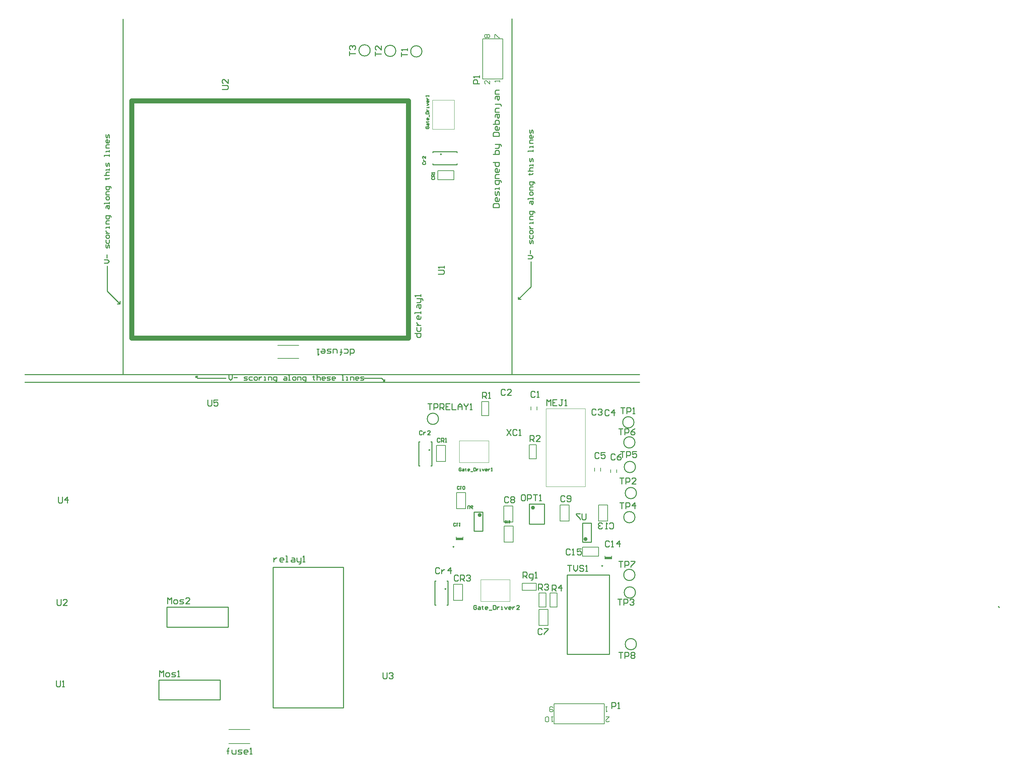
<source format=gto>
G04 Layer_Color=65535*
%FSLAX25Y25*%
%MOIN*%
G70*
G01*
G75*
%ADD19C,0.01000*%
%ADD48C,0.00787*%
%ADD49C,0.00394*%
%ADD50C,0.04937*%
%ADD51C,0.00800*%
%ADD52C,0.03937*%
%ADD53R,0.06496X0.02165*%
D19*
X192500Y575500D02*
X195000D01*
Y578000D01*
Y575500D02*
Y578000D01*
X182500Y588000D02*
X195000Y575500D01*
X182500Y588000D02*
Y613000D01*
X591500Y580000D02*
X594000D01*
X591500D02*
X594000D01*
X591500D02*
Y582000D01*
Y580000D02*
Y582000D01*
Y580000D02*
X604000Y592500D01*
Y617500D01*
X457000Y498500D02*
X458500D01*
Y500000D01*
Y498500D02*
Y500000D01*
X455500Y501500D02*
X458500Y498500D01*
X270500Y503500D02*
X272500D01*
X270500Y502000D02*
Y503500D01*
Y502000D02*
Y503500D01*
X272500Y501500D01*
X275500D01*
X438000D02*
X455500D01*
X275500D02*
X300500D01*
X585000Y505000D02*
Y859500D01*
X198000Y505000D02*
Y859000D01*
X100500Y505000D02*
X712000D01*
X100500Y497500D02*
X712000D01*
X179502Y616000D02*
X182834D01*
X184500Y617666D01*
X182834Y619332D01*
X179502D01*
X182001Y620998D02*
Y624331D01*
X184500Y630995D02*
Y633494D01*
X183667Y634327D01*
X182834Y633494D01*
Y631828D01*
X182001Y630995D01*
X181168Y631828D01*
Y634327D01*
Y639326D02*
Y636827D01*
X182001Y635993D01*
X183667D01*
X184500Y636827D01*
Y639326D01*
Y641825D02*
Y643491D01*
X183667Y644324D01*
X182001D01*
X181168Y643491D01*
Y641825D01*
X182001Y640992D01*
X183667D01*
X184500Y641825D01*
X181168Y645990D02*
X184500D01*
X182834D01*
X182001Y646823D01*
X181168Y647656D01*
Y648490D01*
X184500Y650989D02*
Y652655D01*
Y651822D01*
X181168D01*
Y650989D01*
X184500Y655154D02*
X181168D01*
Y657653D01*
X182001Y658486D01*
X184500D01*
X186166Y661819D02*
Y662652D01*
X185333Y663485D01*
X181168D01*
Y660985D01*
X182001Y660152D01*
X183667D01*
X184500Y660985D01*
Y663485D01*
X181168Y670982D02*
Y672648D01*
X182001Y673481D01*
X184500D01*
Y670982D01*
X183667Y670149D01*
X182834Y670982D01*
Y673481D01*
X184500Y675147D02*
Y676814D01*
Y675981D01*
X179502D01*
Y675147D01*
X184500Y680146D02*
Y681812D01*
X183667Y682645D01*
X182001D01*
X181168Y681812D01*
Y680146D01*
X182001Y679313D01*
X183667D01*
X184500Y680146D01*
Y684311D02*
X181168D01*
Y686810D01*
X182001Y687643D01*
X184500D01*
X186166Y690976D02*
Y691809D01*
X185333Y692642D01*
X181168D01*
Y690143D01*
X182001Y689310D01*
X183667D01*
X184500Y690143D01*
Y692642D01*
X180335Y700139D02*
X181168D01*
Y699306D01*
Y700973D01*
Y700139D01*
X183667D01*
X184500Y700973D01*
X179502Y703472D02*
X184500D01*
X182001D01*
X181168Y704305D01*
Y705971D01*
X182001Y706804D01*
X184500D01*
Y708470D02*
Y710136D01*
Y709303D01*
X181168D01*
Y708470D01*
X184500Y712635D02*
Y715135D01*
X183667Y715968D01*
X182834Y715135D01*
Y713468D01*
X182001Y712635D01*
X181168Y713468D01*
Y715968D01*
X184500Y722632D02*
Y724298D01*
Y723465D01*
X179502D01*
Y722632D01*
X184500Y726797D02*
Y728464D01*
Y727631D01*
X181168D01*
Y726797D01*
X184500Y730963D02*
X181168D01*
Y733462D01*
X182001Y734295D01*
X184500D01*
Y738460D02*
Y736794D01*
X183667Y735961D01*
X182001D01*
X181168Y736794D01*
Y738460D01*
X182001Y739293D01*
X182834D01*
Y735961D01*
X184500Y740960D02*
Y743459D01*
X183667Y744292D01*
X182834Y743459D01*
Y741793D01*
X182001Y740960D01*
X181168Y741793D01*
Y744292D01*
X601002Y620500D02*
X604334D01*
X606000Y622166D01*
X604334Y623832D01*
X601002D01*
X603501Y625498D02*
Y628831D01*
X606000Y635495D02*
Y637994D01*
X605167Y638827D01*
X604334Y637994D01*
Y636328D01*
X603501Y635495D01*
X602668Y636328D01*
Y638827D01*
Y643826D02*
Y641327D01*
X603501Y640493D01*
X605167D01*
X606000Y641327D01*
Y643826D01*
Y646325D02*
Y647991D01*
X605167Y648824D01*
X603501D01*
X602668Y647991D01*
Y646325D01*
X603501Y645492D01*
X605167D01*
X606000Y646325D01*
X602668Y650490D02*
X606000D01*
X604334D01*
X603501Y651323D01*
X602668Y652156D01*
Y652989D01*
X606000Y655489D02*
Y657155D01*
Y656322D01*
X602668D01*
Y655489D01*
X606000Y659654D02*
X602668D01*
Y662153D01*
X603501Y662986D01*
X606000D01*
X607666Y666319D02*
Y667152D01*
X606833Y667985D01*
X602668D01*
Y665485D01*
X603501Y664652D01*
X605167D01*
X606000Y665485D01*
Y667985D01*
X602668Y675482D02*
Y677148D01*
X603501Y677981D01*
X606000D01*
Y675482D01*
X605167Y674649D01*
X604334Y675482D01*
Y677981D01*
X606000Y679647D02*
Y681314D01*
Y680481D01*
X601002D01*
Y679647D01*
X606000Y684646D02*
Y686312D01*
X605167Y687145D01*
X603501D01*
X602668Y686312D01*
Y684646D01*
X603501Y683813D01*
X605167D01*
X606000Y684646D01*
Y688811D02*
X602668D01*
Y691310D01*
X603501Y692143D01*
X606000D01*
X607666Y695476D02*
Y696309D01*
X606833Y697142D01*
X602668D01*
Y694643D01*
X603501Y693810D01*
X605167D01*
X606000Y694643D01*
Y697142D01*
X601835Y704639D02*
X602668D01*
Y703806D01*
Y705473D01*
Y704639D01*
X605167D01*
X606000Y705473D01*
X601002Y707972D02*
X606000D01*
X603501D01*
X602668Y708805D01*
Y710471D01*
X603501Y711304D01*
X606000D01*
Y712970D02*
Y714636D01*
Y713803D01*
X602668D01*
Y712970D01*
X606000Y717135D02*
Y719635D01*
X605167Y720468D01*
X604334Y719635D01*
Y717968D01*
X603501Y717135D01*
X602668Y717968D01*
Y720468D01*
X606000Y727132D02*
Y728798D01*
Y727965D01*
X601002D01*
Y727132D01*
X606000Y731297D02*
Y732964D01*
Y732130D01*
X602668D01*
Y731297D01*
X606000Y735463D02*
X602668D01*
Y737962D01*
X603501Y738795D01*
X606000D01*
Y742960D02*
Y741294D01*
X605167Y740461D01*
X603501D01*
X602668Y741294D01*
Y742960D01*
X603501Y743793D01*
X604334D01*
Y740461D01*
X606000Y745460D02*
Y747959D01*
X605167Y748792D01*
X604334Y747959D01*
Y746293D01*
X603501Y745460D01*
X602668Y746293D01*
Y748792D01*
X303500Y504498D02*
Y501166D01*
X305166Y499500D01*
X306832Y501166D01*
Y504498D01*
X308498Y501999D02*
X311831D01*
X318495Y499500D02*
X320994D01*
X321827Y500333D01*
X320994Y501166D01*
X319328D01*
X318495Y501999D01*
X319328Y502832D01*
X321827D01*
X326826D02*
X324327D01*
X323494Y501999D01*
Y500333D01*
X324327Y499500D01*
X326826D01*
X329325D02*
X330991D01*
X331824Y500333D01*
Y501999D01*
X330991Y502832D01*
X329325D01*
X328492Y501999D01*
Y500333D01*
X329325Y499500D01*
X333490Y502832D02*
Y499500D01*
Y501166D01*
X334323Y501999D01*
X335156Y502832D01*
X335989D01*
X338489Y499500D02*
X340155D01*
X339322D01*
Y502832D01*
X338489D01*
X342654Y499500D02*
Y502832D01*
X345153D01*
X345986Y501999D01*
Y499500D01*
X349319Y497834D02*
X350151D01*
X350985Y498667D01*
Y502832D01*
X348485D01*
X347652Y501999D01*
Y500333D01*
X348485Y499500D01*
X350985D01*
X358482Y502832D02*
X360148D01*
X360981Y501999D01*
Y499500D01*
X358482D01*
X357649Y500333D01*
X358482Y501166D01*
X360981D01*
X362648Y499500D02*
X364314D01*
X363481D01*
Y504498D01*
X362648D01*
X367646Y499500D02*
X369312D01*
X370145Y500333D01*
Y501999D01*
X369312Y502832D01*
X367646D01*
X366813Y501999D01*
Y500333D01*
X367646Y499500D01*
X371811D02*
Y502832D01*
X374310D01*
X375144Y501999D01*
Y499500D01*
X378476Y497834D02*
X379309D01*
X380142Y498667D01*
Y502832D01*
X377643D01*
X376810Y501999D01*
Y500333D01*
X377643Y499500D01*
X380142D01*
X387639Y503665D02*
Y502832D01*
X386806D01*
X388473D01*
X387639D01*
Y500333D01*
X388473Y499500D01*
X390972Y504498D02*
Y499500D01*
Y501999D01*
X391805Y502832D01*
X393471D01*
X394304Y501999D01*
Y499500D01*
X398469D02*
X396803D01*
X395970Y500333D01*
Y501999D01*
X396803Y502832D01*
X398469D01*
X399302Y501999D01*
Y501166D01*
X395970D01*
X400968Y499500D02*
X403468D01*
X404301Y500333D01*
X403468Y501166D01*
X401801D01*
X400968Y501999D01*
X401801Y502832D01*
X404301D01*
X408466Y499500D02*
X406800D01*
X405967Y500333D01*
Y501999D01*
X406800Y502832D01*
X408466D01*
X409299Y501999D01*
Y501166D01*
X405967D01*
X415964Y499500D02*
X417630D01*
X416797D01*
Y504498D01*
X415964D01*
X420129Y499500D02*
X421795D01*
X420962D01*
Y502832D01*
X420129D01*
X424294Y499500D02*
Y502832D01*
X426793D01*
X427627Y501999D01*
Y499500D01*
X431792D02*
X430126D01*
X429293Y500333D01*
Y501999D01*
X430126Y502832D01*
X431792D01*
X432625Y501999D01*
Y501166D01*
X429293D01*
X434291Y499500D02*
X436790D01*
X437623Y500333D01*
X436790Y501166D01*
X435124D01*
X434291Y501999D01*
X435124Y502832D01*
X437623D01*
X514500Y725000D02*
G03*
X514500Y725000I0J-500D01*
G01*
X438500Y833590D02*
G03*
X438500Y833590I0J-5590D01*
G01*
X464000Y833090D02*
G03*
X464000Y833090I0J-5590D01*
G01*
X490000Y832590D02*
G03*
X490000Y832590I0J-5590D01*
G01*
X530500Y727000D02*
X506500D01*
X530500Y726000D02*
Y727000D01*
X506500Y726000D02*
Y727000D01*
X530500Y714000D02*
Y715000D01*
Y714000D02*
X506500D01*
Y715000D01*
X496701Y716499D02*
X496201Y716000D01*
Y715000D01*
X496701Y714500D01*
X498700D01*
X499200Y715000D01*
Y716000D01*
X498700Y716499D01*
X497201Y717499D02*
X499200D01*
X498200D01*
X497701Y717999D01*
X497201Y718499D01*
Y718999D01*
X499200Y722497D02*
Y720498D01*
X497201Y722497D01*
X496701D01*
X496201Y721998D01*
Y720998D01*
X496701Y720498D01*
X505601Y701599D02*
X505101Y701099D01*
Y700100D01*
X505601Y699600D01*
X507600D01*
X508100Y700100D01*
Y701099D01*
X507600Y701599D01*
X508100Y702599D02*
X505101D01*
Y704099D01*
X505601Y704598D01*
X506601D01*
X507100Y704099D01*
Y702599D01*
Y703599D02*
X508100Y704598D01*
Y705598D02*
Y706598D01*
Y706098D01*
X505101D01*
X505601Y705598D01*
X499801Y752299D02*
X499301Y751799D01*
Y750800D01*
X499801Y750300D01*
X501800D01*
X502300Y750800D01*
Y751799D01*
X501800Y752299D01*
X500801D01*
Y751300D01*
X500301Y753799D02*
Y754799D01*
X500801Y755298D01*
X502300D01*
Y753799D01*
X501800Y753299D01*
X501300Y753799D01*
Y755298D01*
X499801Y756798D02*
X500301D01*
Y756298D01*
Y757298D01*
Y756798D01*
X501800D01*
X502300Y757298D01*
Y760297D02*
Y759297D01*
X501800Y758797D01*
X500801D01*
X500301Y759297D01*
Y760297D01*
X500801Y760797D01*
X501300D01*
Y758797D01*
X502800Y761796D02*
Y763796D01*
X499301Y764795D02*
X502300D01*
Y766295D01*
X501800Y766795D01*
X499801D01*
X499301Y766295D01*
Y764795D01*
X500301Y767794D02*
X502300D01*
X501300D01*
X500801Y768294D01*
X500301Y768794D01*
Y769294D01*
X502300Y770793D02*
Y771793D01*
Y771293D01*
X500301D01*
Y770793D01*
Y773293D02*
X502300Y774292D01*
X500301Y775292D01*
X502300Y777791D02*
Y776791D01*
X501800Y776292D01*
X500801D01*
X500301Y776791D01*
Y777791D01*
X500801Y778291D01*
X501300D01*
Y776292D01*
X500301Y779291D02*
X502300D01*
X501300D01*
X500801Y779790D01*
X500301Y780290D01*
Y780790D01*
X502300Y782290D02*
Y783289D01*
Y782790D01*
X499301D01*
X499801Y782290D01*
X296802Y789300D02*
X301800D01*
X302800Y790300D01*
Y792299D01*
X301800Y793299D01*
X296802D01*
X302800Y799297D02*
Y795298D01*
X298801Y799297D01*
X297802D01*
X296802Y798297D01*
Y796298D01*
X297802Y795298D01*
X424001Y524502D02*
Y530500D01*
X427000D01*
X428000Y529500D01*
Y527501D01*
X427000Y526501D01*
X424001D01*
X418003D02*
X421002D01*
X422002Y527501D01*
Y529500D01*
X421002Y530500D01*
X418003D01*
X415004D02*
Y525502D01*
Y527501D01*
X416004D01*
X414005D01*
X415004D01*
Y525502D01*
X414005Y524502D01*
X411005Y526501D02*
Y529500D01*
X410006Y530500D01*
X407007D01*
Y526501D01*
X405007Y530500D02*
X402008D01*
X401009Y529500D01*
X402008Y528501D01*
X404008D01*
X405007Y527501D01*
X404008Y526501D01*
X401009D01*
X396010Y530500D02*
X398010D01*
X399009Y529500D01*
Y527501D01*
X398010Y526501D01*
X396010D01*
X395011Y527501D01*
Y528501D01*
X399009D01*
X393011Y530500D02*
X391012D01*
X392012D01*
Y524502D01*
X393011Y525502D01*
X474952Y821950D02*
Y825949D01*
Y823949D01*
X480950D01*
Y827948D02*
Y829947D01*
Y828948D01*
X474952D01*
X475952Y827948D01*
X448952Y822450D02*
Y826449D01*
Y824449D01*
X454950D01*
Y832447D02*
Y828448D01*
X450951Y832447D01*
X449952D01*
X448952Y831447D01*
Y829448D01*
X449952Y828448D01*
X423452Y822950D02*
Y826949D01*
Y824949D01*
X429450D01*
X424452Y828948D02*
X423452Y829948D01*
Y831947D01*
X424452Y832947D01*
X425451D01*
X426451Y831947D01*
Y830947D01*
Y831947D01*
X427451Y832947D01*
X428450D01*
X429450Y831947D01*
Y829948D01*
X428450Y828948D01*
X552600Y794700D02*
X546602D01*
Y797699D01*
X547602Y798699D01*
X549601D01*
X550601Y797699D01*
Y794700D01*
X552600Y800698D02*
Y802697D01*
Y801698D01*
X546602D01*
X547602Y800698D01*
X511802Y605300D02*
X516800D01*
X517800Y606300D01*
Y608299D01*
X516800Y609299D01*
X511802D01*
X517800Y611298D02*
Y613297D01*
Y612298D01*
X511802D01*
X512802Y611298D01*
X488502Y545999D02*
X494500D01*
Y543000D01*
X493500Y542000D01*
X491501D01*
X490501Y543000D01*
Y545999D01*
Y551997D02*
Y548998D01*
X491501Y547998D01*
X493500D01*
X494500Y548998D01*
Y551997D01*
X490501Y553996D02*
X494500D01*
X492501D01*
X491501Y554996D01*
X490501Y555996D01*
Y556995D01*
X494500Y562993D02*
Y560994D01*
X493500Y559994D01*
X491501D01*
X490501Y560994D01*
Y562993D01*
X491501Y563993D01*
X492501D01*
Y559994D01*
X494500Y565992D02*
Y567992D01*
Y566992D01*
X488502D01*
Y565992D01*
X490501Y571990D02*
Y573990D01*
X491501Y574989D01*
X494500D01*
Y571990D01*
X493500Y570991D01*
X492501Y571990D01*
Y574989D01*
X490501Y576989D02*
X493500D01*
X494500Y577988D01*
Y580987D01*
X495500D01*
X496499Y579988D01*
Y578988D01*
X494500Y580987D02*
X490501D01*
X494500Y582987D02*
Y584986D01*
Y583986D01*
X488502D01*
X489502Y582987D01*
X566502Y671500D02*
X572500D01*
Y674499D01*
X571500Y675499D01*
X567502D01*
X566502Y674499D01*
Y671500D01*
X572500Y680497D02*
Y678498D01*
X571500Y677498D01*
X569501D01*
X568501Y678498D01*
Y680497D01*
X569501Y681497D01*
X570501D01*
Y677498D01*
X572500Y683496D02*
Y686495D01*
X571500Y687495D01*
X570501Y686495D01*
Y684496D01*
X569501Y683496D01*
X568501Y684496D01*
Y687495D01*
X572500Y689494D02*
Y691494D01*
Y690494D01*
X568501D01*
Y689494D01*
X574499Y696492D02*
Y697492D01*
X573500Y698491D01*
X568501D01*
Y695492D01*
X569501Y694493D01*
X571500D01*
X572500Y695492D01*
Y698491D01*
Y700491D02*
X568501D01*
Y703490D01*
X569501Y704489D01*
X572500D01*
Y709488D02*
Y707488D01*
X571500Y706489D01*
X569501D01*
X568501Y707488D01*
Y709488D01*
X569501Y710487D01*
X570501D01*
Y706489D01*
X566502Y716486D02*
X572500D01*
Y713486D01*
X571500Y712487D01*
X569501D01*
X568501Y713486D01*
Y716486D01*
X566502Y724483D02*
X572500D01*
Y727482D01*
X571500Y728482D01*
X570501D01*
X569501D01*
X568501Y727482D01*
Y724483D01*
Y730481D02*
X571500D01*
X572500Y731481D01*
Y734480D01*
X573500D01*
X574499Y733480D01*
Y732480D01*
X572500Y734480D02*
X568501D01*
X566502Y742477D02*
X572500D01*
Y745476D01*
X571500Y746476D01*
X567502D01*
X566502Y745476D01*
Y742477D01*
X572500Y751474D02*
Y749475D01*
X571500Y748475D01*
X569501D01*
X568501Y749475D01*
Y751474D01*
X569501Y752474D01*
X570501D01*
Y748475D01*
X566502Y754473D02*
X572500D01*
Y757472D01*
X571500Y758472D01*
X570501D01*
X569501D01*
X568501Y757472D01*
Y754473D01*
Y761471D02*
Y763470D01*
X569501Y764470D01*
X572500D01*
Y761471D01*
X571500Y760471D01*
X570501Y761471D01*
Y764470D01*
X572500Y766469D02*
X568501D01*
Y769468D01*
X569501Y770468D01*
X572500D01*
X574499Y772467D02*
Y773467D01*
X573500Y774467D01*
X568501D01*
Y779465D02*
Y781464D01*
X569501Y782464D01*
X572500D01*
Y779465D01*
X571500Y778465D01*
X570501Y779465D01*
Y782464D01*
X572500Y784464D02*
X568501D01*
Y787463D01*
X569501Y788462D01*
X572500D01*
X675500Y314500D02*
G03*
X675500Y314500I-500J0D01*
G01*
X706590Y457500D02*
G03*
X706590Y457500I-5590J0D01*
G01*
X707590Y437500D02*
G03*
X707590Y437500I-5590J0D01*
G01*
X708090Y413000D02*
G03*
X708090Y413000I-5590J0D01*
G01*
X707590Y363000D02*
G03*
X707590Y363000I-5590J0D01*
G01*
Y305500D02*
G03*
X707590Y305500I-5590J0D01*
G01*
X709090Y236500D02*
G03*
X709090Y236500I-5590J0D01*
G01*
X708090Y288000D02*
G03*
X708090Y288000I-5590J0D01*
G01*
X709090Y387000D02*
G03*
X709090Y387000I-5590J0D01*
G01*
X519500Y291500D02*
G03*
X519500Y291500I-500J0D01*
G01*
X512090Y461000D02*
G03*
X512090Y461000I-5590J0D01*
G01*
X503500Y430000D02*
G03*
X503500Y430000I-500J0D01*
G01*
X527500Y333500D02*
G03*
X527500Y333500I-500J0D01*
G01*
X397500Y173000D02*
X417500D01*
Y313000D01*
X357500D02*
X417500D01*
X347500D02*
X357500D01*
X347500Y173000D02*
Y313000D01*
Y173000D02*
X397500D01*
X294843Y181158D02*
Y196906D01*
Y200842D01*
X233819D02*
X294843D01*
X233819Y181158D02*
Y200842D01*
Y181158D02*
X294843D01*
X302842Y253658D02*
Y269406D01*
Y273342D01*
X241819D02*
X302842D01*
X241819Y253658D02*
Y273342D01*
Y253658D02*
X302842D01*
X640000Y226500D02*
X682000D01*
X640000D02*
Y305500D01*
X682000D01*
Y228500D02*
Y305500D01*
Y226500D02*
Y228500D01*
X508500Y299500D02*
X509500D01*
X508500Y275500D02*
Y299500D01*
Y275500D02*
X509500D01*
X520500Y299500D02*
X521500D01*
X520500Y275500D02*
X521500D01*
Y299500D01*
X492500Y438000D02*
X493500D01*
X492500Y414000D02*
Y438000D01*
Y414000D02*
X493500D01*
X504500Y438000D02*
X505500D01*
X504500Y414000D02*
X505500D01*
Y438000D01*
X655500Y338000D02*
Y357000D01*
X664000D01*
Y338000D02*
Y357000D01*
X655500Y338000D02*
X664000D01*
X602500Y376000D02*
X617500D01*
Y356000D02*
Y376000D01*
X602500Y356000D02*
X617500D01*
X602500D02*
Y376000D01*
X556000Y349000D02*
Y368000D01*
X547500Y349000D02*
X556000D01*
X547500D02*
Y368000D01*
X556000D01*
X1069000Y274000D02*
X1070000Y273000D01*
X625000Y289500D02*
Y295498D01*
X627999D01*
X628999Y294498D01*
Y292499D01*
X627999Y291499D01*
X625000D01*
X626999D02*
X628999Y289500D01*
X633997D02*
Y295498D01*
X630998Y292499D01*
X634997D01*
X611500Y290500D02*
Y296498D01*
X614499D01*
X615499Y295498D01*
Y293499D01*
X614499Y292499D01*
X611500D01*
X613499D02*
X615499Y290500D01*
X617498Y295498D02*
X618498Y296498D01*
X620497D01*
X621497Y295498D01*
Y294499D01*
X620497Y293499D01*
X619497D01*
X620497D01*
X621497Y292499D01*
Y291500D01*
X620497Y290500D01*
X618498D01*
X617498Y291500D01*
X614999Y250998D02*
X613999Y251998D01*
X612000D01*
X611000Y250998D01*
Y247000D01*
X612000Y246000D01*
X613999D01*
X614999Y247000D01*
X616998Y251998D02*
X620997D01*
Y250998D01*
X616998Y247000D01*
Y246000D01*
X681999Y338498D02*
X680999Y339498D01*
X679000D01*
X678000Y338498D01*
Y334500D01*
X679000Y333500D01*
X680999D01*
X681999Y334500D01*
X683998Y333500D02*
X685997D01*
X684998D01*
Y339498D01*
X683998Y338498D01*
X691995Y333500D02*
Y339498D01*
X688996Y336499D01*
X692995D01*
X642999Y330498D02*
X641999Y331498D01*
X640000D01*
X639000Y330498D01*
Y326500D01*
X640000Y325500D01*
X641999D01*
X642999Y326500D01*
X644998Y325500D02*
X646997D01*
X645998D01*
Y331498D01*
X644998Y330498D01*
X653995Y331498D02*
X649996D01*
Y328499D01*
X651996Y329499D01*
X652995D01*
X653995Y328499D01*
Y326500D01*
X652995Y325500D01*
X650996D01*
X649996Y326500D01*
X682001Y356498D02*
X683001Y357498D01*
X685000D01*
X686000Y356498D01*
Y352500D01*
X685000Y351500D01*
X683001D01*
X682001Y352500D01*
X680002Y351500D02*
X678003D01*
X679002D01*
Y357498D01*
X680002Y356498D01*
X675004D02*
X674004Y357498D01*
X672005D01*
X671005Y356498D01*
Y355499D01*
X672005Y354499D01*
X673004D01*
X672005D01*
X671005Y353499D01*
Y352500D01*
X672005Y351500D01*
X674004D01*
X675004Y352500D01*
X580000Y450498D02*
X583999Y444500D01*
Y450498D02*
X580000Y444500D01*
X589997Y449498D02*
X588997Y450498D01*
X586998D01*
X585998Y449498D01*
Y445500D01*
X586998Y444500D01*
X588997D01*
X589997Y445500D01*
X591996Y444500D02*
X593996D01*
X592996D01*
Y450498D01*
X591996Y449498D01*
X578499Y489498D02*
X577499Y490498D01*
X575500D01*
X574500Y489498D01*
Y485500D01*
X575500Y484500D01*
X577499D01*
X578499Y485500D01*
X584497Y484500D02*
X580498D01*
X584497Y488499D01*
Y489498D01*
X583497Y490498D01*
X581498D01*
X580498Y489498D01*
X693500Y471998D02*
X697499D01*
X695499D01*
Y466000D01*
X699498D02*
Y471998D01*
X702497D01*
X703497Y470998D01*
Y468999D01*
X702497Y467999D01*
X699498D01*
X705496Y466000D02*
X707495D01*
X706496D01*
Y471998D01*
X705496Y470998D01*
X691500Y450998D02*
X695499D01*
X693499D01*
Y445000D01*
X697498D02*
Y450998D01*
X700497D01*
X701497Y449998D01*
Y447999D01*
X700497Y446999D01*
X697498D01*
X707495Y450998D02*
X705496Y449998D01*
X703496Y447999D01*
Y446000D01*
X704496Y445000D01*
X706495D01*
X707495Y446000D01*
Y446999D01*
X706495Y447999D01*
X703496D01*
X693000Y428498D02*
X696999D01*
X694999D01*
Y422500D01*
X698998D02*
Y428498D01*
X701997D01*
X702997Y427498D01*
Y425499D01*
X701997Y424499D01*
X698998D01*
X708995Y428498D02*
X704996D01*
Y425499D01*
X706995Y426499D01*
X707995D01*
X708995Y425499D01*
Y423500D01*
X707995Y422500D01*
X705996D01*
X704996Y423500D01*
X692500Y377498D02*
X696499D01*
X694499D01*
Y371500D01*
X698498D02*
Y377498D01*
X701497D01*
X702497Y376498D01*
Y374499D01*
X701497Y373499D01*
X698498D01*
X707495Y371500D02*
Y377498D01*
X704496Y374499D01*
X708495D01*
X691500Y318998D02*
X695499D01*
X693499D01*
Y313000D01*
X697498D02*
Y318998D01*
X700497D01*
X701497Y317998D01*
Y315999D01*
X700497Y314999D01*
X697498D01*
X703496Y318998D02*
X707495D01*
Y317998D01*
X703496Y314000D01*
Y313000D01*
X691500Y228498D02*
X695499D01*
X693499D01*
Y222500D01*
X697498D02*
Y228498D01*
X700497D01*
X701497Y227498D01*
Y225499D01*
X700497Y224499D01*
X697498D01*
X703496Y227498D02*
X704496Y228498D01*
X706495D01*
X707495Y227498D01*
Y226499D01*
X706495Y225499D01*
X707495Y224499D01*
Y223500D01*
X706495Y222500D01*
X704496D01*
X703496Y223500D01*
Y224499D01*
X704496Y225499D01*
X703496Y226499D01*
Y227498D01*
X704496Y225499D02*
X706495D01*
X690500Y281498D02*
X694499D01*
X692499D01*
Y275500D01*
X696498D02*
Y281498D01*
X699497D01*
X700497Y280498D01*
Y278499D01*
X699497Y277499D01*
X696498D01*
X702496Y280498D02*
X703496Y281498D01*
X705495D01*
X706495Y280498D01*
Y279499D01*
X705495Y278499D01*
X704495D01*
X705495D01*
X706495Y277499D01*
Y276500D01*
X705495Y275500D01*
X703496D01*
X702496Y276500D01*
X347950Y322449D02*
Y318450D01*
Y320449D01*
X348950Y321449D01*
X349949Y322449D01*
X350949D01*
X356947Y318450D02*
X354948D01*
X353948Y319450D01*
Y321449D01*
X354948Y322449D01*
X356947D01*
X357947Y321449D01*
Y320449D01*
X353948D01*
X359946Y318450D02*
X361946D01*
X360946D01*
Y324448D01*
X359946D01*
X365944Y322449D02*
X367944D01*
X368943Y321449D01*
Y318450D01*
X365944D01*
X364945Y319450D01*
X365944Y320449D01*
X368943D01*
X370943Y322449D02*
Y319450D01*
X371942Y318450D01*
X374941D01*
Y317450D01*
X373942Y316451D01*
X372942D01*
X374941Y318450D02*
Y322449D01*
X376941Y318450D02*
X378940D01*
X377940D01*
Y324448D01*
X376941Y323448D01*
X242300Y276800D02*
Y282798D01*
X244299Y280799D01*
X246299Y282798D01*
Y276800D01*
X249298D02*
X251297D01*
X252297Y277800D01*
Y279799D01*
X251297Y280799D01*
X249298D01*
X248298Y279799D01*
Y277800D01*
X249298Y276800D01*
X254296D02*
X257295D01*
X258295Y277800D01*
X257295Y278799D01*
X255296D01*
X254296Y279799D01*
X255296Y280799D01*
X258295D01*
X264293Y276800D02*
X260294D01*
X264293Y280799D01*
Y281798D01*
X263293Y282798D01*
X261294D01*
X260294Y281798D01*
X234300Y204300D02*
Y210298D01*
X236299Y208299D01*
X238299Y210298D01*
Y204300D01*
X241298D02*
X243297D01*
X244297Y205300D01*
Y207299D01*
X243297Y208299D01*
X241298D01*
X240298Y207299D01*
Y205300D01*
X241298Y204300D01*
X246296D02*
X249295D01*
X250295Y205300D01*
X249295Y206299D01*
X247296D01*
X246296Y207299D01*
X247296Y208299D01*
X250295D01*
X252294Y204300D02*
X254293D01*
X253294D01*
Y210298D01*
X252294Y209298D01*
X581599Y382398D02*
X580599Y383398D01*
X578600D01*
X577600Y382398D01*
Y378400D01*
X578600Y377400D01*
X580599D01*
X581599Y378400D01*
X583598Y382398D02*
X584598Y383398D01*
X586597D01*
X587597Y382398D01*
Y381399D01*
X586597Y380399D01*
X587597Y379399D01*
Y378400D01*
X586597Y377400D01*
X584598D01*
X583598Y378400D01*
Y379399D01*
X584598Y380399D01*
X583598Y381399D01*
Y382398D01*
X584598Y380399D02*
X586597D01*
X640500Y314998D02*
X644499D01*
X642499D01*
Y309000D01*
X646498Y314998D02*
Y310999D01*
X648497Y309000D01*
X650497Y310999D01*
Y314998D01*
X656495Y313998D02*
X655495Y314998D01*
X653496D01*
X652496Y313998D01*
Y312999D01*
X653496Y311999D01*
X655495D01*
X656495Y310999D01*
Y310000D01*
X655495Y309000D01*
X653496D01*
X652496Y310000D01*
X658494Y309000D02*
X660494D01*
X659494D01*
Y314998D01*
X658494Y313998D01*
X596150Y302350D02*
Y308348D01*
X599149D01*
X600149Y307348D01*
Y305349D01*
X599149Y304349D01*
X596150D01*
X598149D02*
X600149Y302350D01*
X604147Y300351D02*
X605147D01*
X606147Y301350D01*
Y306349D01*
X603148D01*
X602148Y305349D01*
Y303350D01*
X603148Y302350D01*
X606147D01*
X608146D02*
X610146D01*
X609146D01*
Y308348D01*
X608146Y307348D01*
X668699Y469698D02*
X667699Y470698D01*
X665700D01*
X664700Y469698D01*
Y465700D01*
X665700Y464700D01*
X667699D01*
X668699Y465700D01*
X670698Y469698D02*
X671698Y470698D01*
X673697D01*
X674697Y469698D01*
Y468699D01*
X673697Y467699D01*
X672697D01*
X673697D01*
X674697Y466699D01*
Y465700D01*
X673697Y464700D01*
X671698D01*
X670698Y465700D01*
X681699Y469198D02*
X680699Y470198D01*
X678700D01*
X677700Y469198D01*
Y465200D01*
X678700Y464200D01*
X680699D01*
X681699Y465200D01*
X686697Y464200D02*
Y470198D01*
X683698Y467199D01*
X687697D01*
X671599Y426598D02*
X670599Y427598D01*
X668600D01*
X667600Y426598D01*
Y422600D01*
X668600Y421600D01*
X670599D01*
X671599Y422600D01*
X677597Y427598D02*
X673598D01*
Y424599D01*
X675597Y425599D01*
X676597D01*
X677597Y424599D01*
Y422600D01*
X676597Y421600D01*
X674598D01*
X673598Y422600D01*
X687599Y425098D02*
X686599Y426098D01*
X684600D01*
X683600Y425098D01*
Y421100D01*
X684600Y420100D01*
X686599D01*
X687599Y421100D01*
X693597Y426098D02*
X691597Y425098D01*
X689598Y423099D01*
Y421100D01*
X690598Y420100D01*
X692597D01*
X693597Y421100D01*
Y422099D01*
X692597Y423099D01*
X689598D01*
X637599Y383398D02*
X636599Y384398D01*
X634600D01*
X633600Y383398D01*
Y379400D01*
X634600Y378400D01*
X636599D01*
X637599Y379400D01*
X639598D02*
X640598Y378400D01*
X642597D01*
X643597Y379400D01*
Y383398D01*
X642597Y384398D01*
X640598D01*
X639598Y383398D01*
Y382399D01*
X640598Y381399D01*
X643597D01*
X532599Y391401D02*
X532099Y390901D01*
X531100D01*
X530600Y391401D01*
Y393400D01*
X531100Y393900D01*
X532099D01*
X532599Y393400D01*
X533599Y393900D02*
X534599D01*
X534099D01*
Y390901D01*
X533599Y391401D01*
X536098D02*
X536598Y390901D01*
X537598D01*
X538098Y391401D01*
Y393400D01*
X537598Y393900D01*
X536598D01*
X536098Y393400D01*
Y391401D01*
X528999Y354801D02*
X528500Y354301D01*
X527500D01*
X527000Y354801D01*
Y356800D01*
X527500Y357300D01*
X528500D01*
X528999Y356800D01*
X529999Y357300D02*
X530999D01*
X530499D01*
Y354301D01*
X529999Y354801D01*
X532498Y357300D02*
X533498D01*
X532998D01*
Y354301D01*
X532498Y354801D01*
X579433Y359066D02*
X579100Y359399D01*
X578433D01*
X578100Y359066D01*
Y357733D01*
X578433Y357400D01*
X579100D01*
X579433Y357733D01*
X580099Y357400D02*
X580766D01*
X580433D01*
Y359399D01*
X580099Y359066D01*
X583098Y357400D02*
X581766D01*
X583098Y358733D01*
Y359066D01*
X582765Y359399D01*
X582099D01*
X581766Y359066D01*
X513266Y441232D02*
X512599Y441899D01*
X511266D01*
X510600Y441232D01*
Y438566D01*
X511266Y437900D01*
X512599D01*
X513266Y438566D01*
X514599Y437900D02*
Y441899D01*
X516598D01*
X517265Y441232D01*
Y439899D01*
X516598Y439233D01*
X514599D01*
X515932D02*
X517265Y437900D01*
X518597D02*
X519930D01*
X519264D01*
Y441899D01*
X518597Y441232D01*
X495666Y448632D02*
X494999Y449299D01*
X493666D01*
X493000Y448632D01*
Y445966D01*
X493666Y445300D01*
X494999D01*
X495666Y445966D01*
X496999Y447966D02*
Y445300D01*
Y446633D01*
X497665Y447299D01*
X498332Y447966D01*
X498998D01*
X503663Y445300D02*
X500997D01*
X503663Y447966D01*
Y448632D01*
X502997Y449299D01*
X501664D01*
X500997Y448632D01*
X531599Y304398D02*
X530599Y305398D01*
X528600D01*
X527600Y304398D01*
Y300400D01*
X528600Y299400D01*
X530599D01*
X531599Y300400D01*
X533598Y299400D02*
Y305398D01*
X536597D01*
X537597Y304398D01*
Y302399D01*
X536597Y301399D01*
X533598D01*
X535597D02*
X537597Y299400D01*
X539596Y304398D02*
X540596Y305398D01*
X542595D01*
X543595Y304398D01*
Y303399D01*
X542595Y302399D01*
X541596D01*
X542595D01*
X543595Y301399D01*
Y300400D01*
X542595Y299400D01*
X540596D01*
X539596Y300400D01*
X512999Y311798D02*
X511999Y312798D01*
X510000D01*
X509000Y311798D01*
Y307800D01*
X510000Y306800D01*
X511999D01*
X512999Y307800D01*
X514998Y310799D02*
Y306800D01*
Y308799D01*
X515998Y309799D01*
X516997Y310799D01*
X517997D01*
X523995Y306800D02*
Y312798D01*
X520996Y309799D01*
X524995D01*
X302500Y127000D02*
Y131998D01*
Y129999D01*
X301500D01*
X303499D01*
X302500D01*
Y131998D01*
X303499Y132998D01*
X306498Y130999D02*
Y128000D01*
X307498Y127000D01*
X310497D01*
Y130999D01*
X312496Y127000D02*
X315495D01*
X316495Y128000D01*
X315495Y128999D01*
X313496D01*
X312496Y129999D01*
X313496Y130999D01*
X316495D01*
X321494Y127000D02*
X319494D01*
X318495Y128000D01*
Y129999D01*
X319494Y130999D01*
X321494D01*
X322493Y129999D01*
Y128999D01*
X318495D01*
X324493Y127000D02*
X326492D01*
X325492D01*
Y132998D01*
X324493Y131998D01*
X549666Y274332D02*
X548999Y274999D01*
X547666D01*
X547000Y274332D01*
Y271666D01*
X547666Y271000D01*
X548999D01*
X549666Y271666D01*
Y272999D01*
X548333D01*
X551665Y273666D02*
X552998D01*
X553664Y272999D01*
Y271000D01*
X551665D01*
X550999Y271666D01*
X551665Y272333D01*
X553664D01*
X555664Y274332D02*
Y273666D01*
X554997D01*
X556330D01*
X555664D01*
Y271666D01*
X556330Y271000D01*
X560329D02*
X558996D01*
X558330Y271666D01*
Y272999D01*
X558996Y273666D01*
X560329D01*
X560995Y272999D01*
Y272333D01*
X558330D01*
X562328Y270334D02*
X564994D01*
X566327Y274999D02*
Y271000D01*
X568327D01*
X568993Y271666D01*
Y274332D01*
X568327Y274999D01*
X566327D01*
X570326Y273666D02*
Y271000D01*
Y272333D01*
X570992Y272999D01*
X571659Y273666D01*
X572325D01*
X574325Y271000D02*
X575657D01*
X574991D01*
Y273666D01*
X574325D01*
X577657D02*
X578990Y271000D01*
X580323Y273666D01*
X583655Y271000D02*
X582322D01*
X581656Y271666D01*
Y272999D01*
X582322Y273666D01*
X583655D01*
X584321Y272999D01*
Y272333D01*
X581656D01*
X585654Y273666D02*
Y271000D01*
Y272333D01*
X586321Y272999D01*
X586987Y273666D01*
X587653D01*
X592319Y271000D02*
X589653D01*
X592319Y273666D01*
Y274332D01*
X591652Y274999D01*
X590319D01*
X589653Y274332D01*
X619800Y474200D02*
Y480198D01*
X621799Y478199D01*
X623799Y480198D01*
Y474200D01*
X629797Y480198D02*
X625798D01*
Y474200D01*
X629797D01*
X625798Y477199D02*
X627797D01*
X635795Y480198D02*
X633795D01*
X634795D01*
Y475200D01*
X633795Y474200D01*
X632796D01*
X631796Y475200D01*
X637794Y474200D02*
X639793D01*
X638794D01*
Y480198D01*
X637794Y479198D01*
X597499Y385498D02*
X595500D01*
X594500Y384498D01*
Y380500D01*
X595500Y379500D01*
X597499D01*
X598499Y380500D01*
Y384498D01*
X597499Y385498D01*
X600498Y379500D02*
Y385498D01*
X603497D01*
X604497Y384498D01*
Y382499D01*
X603497Y381499D01*
X600498D01*
X606496Y385498D02*
X610495D01*
X608496D01*
Y379500D01*
X612494D02*
X614494D01*
X613494D01*
Y385498D01*
X612494Y384498D01*
X692500Y401998D02*
X696499D01*
X694499D01*
Y396000D01*
X698498D02*
Y401998D01*
X701497D01*
X702497Y400998D01*
Y398999D01*
X701497Y397999D01*
X698498D01*
X708495Y396000D02*
X704496D01*
X708495Y399999D01*
Y400998D01*
X707495Y401998D01*
X705496D01*
X704496Y400998D01*
X501450Y476048D02*
X505449D01*
X503449D01*
Y470050D01*
X507448D02*
Y476048D01*
X510447D01*
X511447Y475048D01*
Y473049D01*
X510447Y472049D01*
X507448D01*
X513446Y470050D02*
Y476048D01*
X516445D01*
X517445Y475048D01*
Y473049D01*
X516445Y472049D01*
X513446D01*
X515446D02*
X517445Y470050D01*
X523443Y476048D02*
X519444D01*
Y470050D01*
X523443D01*
X519444Y473049D02*
X521444D01*
X525442Y476048D02*
Y470050D01*
X529441D01*
X531440D02*
Y474049D01*
X533440Y476048D01*
X535439Y474049D01*
Y470050D01*
Y473049D01*
X531440D01*
X537438Y476048D02*
Y475048D01*
X539438Y473049D01*
X541437Y475048D01*
Y476048D01*
X539438Y473049D02*
Y470050D01*
X543436D02*
X545436D01*
X544436D01*
Y476048D01*
X543436Y475048D01*
X131800Y200198D02*
Y195200D01*
X132800Y194200D01*
X134799D01*
X135799Y195200D01*
Y200198D01*
X137798Y194200D02*
X139797D01*
X138798D01*
Y200198D01*
X137798Y199198D01*
X132300Y281198D02*
Y276200D01*
X133300Y275200D01*
X135299D01*
X136299Y276200D01*
Y281198D01*
X142297Y275200D02*
X138298D01*
X142297Y279199D01*
Y280198D01*
X141297Y281198D01*
X139298D01*
X138298Y280198D01*
X133800Y383198D02*
Y378200D01*
X134800Y377200D01*
X136799D01*
X137799Y378200D01*
Y383198D01*
X142797Y377200D02*
Y383198D01*
X139798Y380199D01*
X143797D01*
X282250Y479748D02*
Y474750D01*
X283250Y473750D01*
X285249D01*
X286249Y474750D01*
Y479748D01*
X292247D02*
X288248D01*
Y476749D01*
X290247Y477749D01*
X291247D01*
X292247Y476749D01*
Y474750D01*
X291247Y473750D01*
X289248D01*
X288248Y474750D01*
X541100Y371501D02*
Y374000D01*
X541600Y374500D01*
X542599D01*
X543099Y374000D01*
Y371501D01*
X546098D02*
X545099Y372001D01*
X544099Y373001D01*
Y374000D01*
X544599Y374500D01*
X545599D01*
X546098Y374000D01*
Y373500D01*
X545599Y373001D01*
X544099D01*
X658900Y366498D02*
Y361500D01*
X657900Y360500D01*
X655901D01*
X654901Y361500D01*
Y366498D01*
X652902D02*
X648903D01*
Y365498D01*
X652902Y361500D01*
Y360500D01*
X534499Y411499D02*
X533999Y411999D01*
X533000D01*
X532500Y411499D01*
Y409500D01*
X533000Y409000D01*
X533999D01*
X534499Y409500D01*
Y410499D01*
X533500D01*
X535999Y410999D02*
X536999D01*
X537498Y410499D01*
Y409000D01*
X535999D01*
X535499Y409500D01*
X535999Y410000D01*
X537498D01*
X538998Y411499D02*
Y410999D01*
X538498D01*
X539498D01*
X538998D01*
Y409500D01*
X539498Y409000D01*
X542497D02*
X541497D01*
X540997Y409500D01*
Y410499D01*
X541497Y410999D01*
X542497D01*
X542997Y410499D01*
Y410000D01*
X540997D01*
X543996Y408500D02*
X545996D01*
X546995Y411999D02*
Y409000D01*
X548495D01*
X548995Y409500D01*
Y411499D01*
X548495Y411999D01*
X546995D01*
X549994Y410999D02*
Y409000D01*
Y410000D01*
X550494Y410499D01*
X550994Y410999D01*
X551494D01*
X552993Y409000D02*
X553993D01*
X553493D01*
Y410999D01*
X552993D01*
X555493D02*
X556492Y409000D01*
X557492Y410999D01*
X559991Y409000D02*
X558991D01*
X558492Y409500D01*
Y410499D01*
X558991Y410999D01*
X559991D01*
X560491Y410499D01*
Y410000D01*
X558492D01*
X561491Y410999D02*
Y409000D01*
Y410000D01*
X561990Y410499D01*
X562490Y410999D01*
X562990D01*
X564490Y409000D02*
X565489D01*
X564990D01*
Y411999D01*
X564490Y411499D01*
X608099Y487598D02*
X607099Y488598D01*
X605100D01*
X604100Y487598D01*
Y483600D01*
X605100Y482600D01*
X607099D01*
X608099Y483600D01*
X610098Y482600D02*
X612097D01*
X611098D01*
Y488598D01*
X610098Y487598D01*
X684500Y172500D02*
Y178498D01*
X687499D01*
X688499Y177498D01*
Y175499D01*
X687499Y174499D01*
X684500D01*
X690498Y172500D02*
X692497D01*
X691498D01*
Y178498D01*
X690498Y177498D01*
X555600Y481400D02*
Y487398D01*
X558599D01*
X559599Y486398D01*
Y484399D01*
X558599Y483399D01*
X555600D01*
X557599D02*
X559599Y481400D01*
X561598D02*
X563597D01*
X562598D01*
Y487398D01*
X561598Y486398D01*
X603100Y438400D02*
Y444398D01*
X606099D01*
X607099Y443398D01*
Y441399D01*
X606099Y440399D01*
X603100D01*
X605099D02*
X607099Y438400D01*
X613097D02*
X609098D01*
X613097Y442399D01*
Y443398D01*
X612097Y444398D01*
X610098D01*
X609098Y443398D01*
X456750Y208248D02*
Y203250D01*
X457750Y202250D01*
X459749D01*
X460749Y203250D01*
Y208248D01*
X462748Y207248D02*
X463748Y208248D01*
X465747D01*
X466747Y207248D01*
Y206249D01*
X465747Y205249D01*
X464747D01*
X465747D01*
X466747Y204249D01*
Y203250D01*
X465747Y202250D01*
X463748D01*
X462748Y203250D01*
D48*
X527500Y708000D02*
X511500D01*
X527500Y699000D02*
Y708000D01*
Y699000D02*
X511500D01*
Y703500D01*
Y708000D01*
X576000Y839500D02*
X556000D01*
X576000Y799500D02*
X556000D01*
Y839500D01*
X576000Y799500D02*
Y839500D01*
X372933Y521004D02*
X352067D01*
X372933Y533996D02*
X352067D01*
X623000Y273500D02*
Y287500D01*
X630000D01*
Y273500D02*
Y287500D01*
X623000Y273500D02*
X629906D01*
X612000D02*
Y287500D01*
X619000D01*
Y273500D02*
Y287500D01*
X612000Y273500D02*
X618905D01*
X612000Y255000D02*
X616500D01*
X612000D02*
Y271000D01*
X621000D01*
Y255000D02*
Y271000D01*
X616500Y255000D02*
X621000D01*
X677752Y321425D02*
X684248D01*
X677752D02*
Y324575D01*
X684248Y321425D02*
Y324575D01*
X671500Y328500D02*
Y333000D01*
X655500D02*
X671500D01*
X655500Y324000D02*
Y333000D01*
Y324000D02*
X671500D01*
Y328500D01*
Y359000D02*
X676000D01*
X671500D02*
Y375000D01*
X680500D01*
Y359000D02*
Y375000D01*
X676000Y359000D02*
X680500D01*
X602595Y435000D02*
X609500D01*
X602500Y421000D02*
Y435000D01*
Y421000D02*
X609500D01*
Y435000D01*
X555000Y464000D02*
X561905D01*
X562000D02*
Y478000D01*
X555000D02*
X562000D01*
X555000Y464000D02*
Y478000D01*
X577000Y374000D02*
X581500D01*
X577000Y358000D02*
Y374000D01*
Y358000D02*
X586000D01*
Y374000D01*
X581500D02*
X586000D01*
X595500Y297000D02*
X609500D01*
Y290000D02*
Y297000D01*
X595500Y290000D02*
X609500D01*
X595500Y290094D02*
Y297000D01*
X673453Y408925D02*
Y412075D01*
X667547Y408925D02*
Y412075D01*
X689453Y407425D02*
Y410575D01*
X683547Y407425D02*
Y410575D01*
X536000Y280000D02*
Y296000D01*
X527000Y280000D02*
X536000D01*
X527000D02*
Y296000D01*
X531500D01*
X536000D01*
X519000Y418500D02*
Y434500D01*
X510000Y418500D02*
X519000D01*
X510000D02*
Y434500D01*
X514500D01*
X519000D01*
X577500Y354000D02*
X582000D01*
X577500Y338000D02*
Y354000D01*
Y338000D02*
X586500D01*
Y354000D01*
X582000D02*
X586500D01*
X529752Y340425D02*
X536248D01*
X529752D02*
Y343575D01*
X536248Y340425D02*
Y343575D01*
X530000Y371500D02*
X534500D01*
X530000D02*
Y387500D01*
X539000D01*
Y371500D02*
Y387500D01*
X534500Y371500D02*
X539000D01*
X633000Y375000D02*
X637500D01*
X633000Y359000D02*
Y375000D01*
Y359000D02*
X642000D01*
Y375000D01*
X637500D02*
X642000D01*
X609953Y469925D02*
Y473075D01*
X604047Y469925D02*
Y473075D01*
X303567Y137413D02*
X324433D01*
X303567Y151587D02*
X324433D01*
X627000Y157000D02*
Y177000D01*
X677000Y157000D02*
Y177000D01*
X627000Y157000D02*
X677000D01*
X627000Y177000D02*
X677000D01*
D49*
X506043Y749524D02*
Y778657D01*
X527697D02*
X506043D01*
X527697Y749524D02*
Y778657D01*
Y749524D02*
X506043D01*
X619012Y471000D02*
X658185D01*
X619012Y393638D02*
Y471000D01*
Y393638D02*
X658185D01*
Y471000D01*
X532842Y439039D02*
X561976D01*
X532842Y417386D02*
Y439039D01*
Y417386D02*
X561976D01*
Y439039D01*
X553933Y300728D02*
X583067D01*
Y279075D02*
Y300728D01*
X553933Y279075D02*
X583067D01*
X553933D02*
Y300728D01*
D50*
X482221Y541445D02*
X206630D01*
X482221D02*
Y777665D01*
X206630D01*
Y541445D02*
Y777665D01*
D51*
X558835Y840500D02*
X558002Y841333D01*
Y842999D01*
X558835Y843832D01*
X559668D01*
X560501Y842999D01*
X561334Y843832D01*
X562167D01*
X563000Y842999D01*
Y841333D01*
X562167Y840500D01*
X561334D01*
X560501Y841333D01*
X559668Y840500D01*
X558835D01*
X560501Y841333D02*
Y842999D01*
X568002Y840500D02*
Y843832D01*
X568835D01*
X572167Y840500D01*
X573000D01*
Y796500D02*
Y798166D01*
Y797333D01*
X568002D01*
X568835Y796500D01*
X563000Y797832D02*
Y794500D01*
X559668Y797832D01*
X558835D01*
X558002Y796999D01*
Y795333D01*
X558835Y794500D01*
X678668Y164000D02*
X682000D01*
X678668Y160668D01*
Y159835D01*
X679501Y159002D01*
X681167D01*
X682000Y159835D01*
X680000Y174000D02*
X678334D01*
X679167D01*
Y169002D01*
X680000Y169835D01*
X626000Y173167D02*
X625167Y174000D01*
X623501D01*
X622668Y173167D01*
Y169835D01*
X623501Y169002D01*
X625167D01*
X626000Y169835D01*
Y170668D01*
X625167Y171501D01*
X622668D01*
X626000Y164000D02*
X624334D01*
X625167D01*
Y159002D01*
X626000Y159835D01*
X621835D02*
X621002Y159002D01*
X619336D01*
X618502Y159835D01*
Y163167D01*
X619336Y164000D01*
X621002D01*
X621835Y163167D01*
Y159835D01*
D52*
X658500Y341000D02*
D03*
X606000Y372500D02*
D03*
X553000Y365000D02*
D03*
D53*
X680963Y322508D02*
D03*
X532962Y341508D02*
D03*
M02*

</source>
